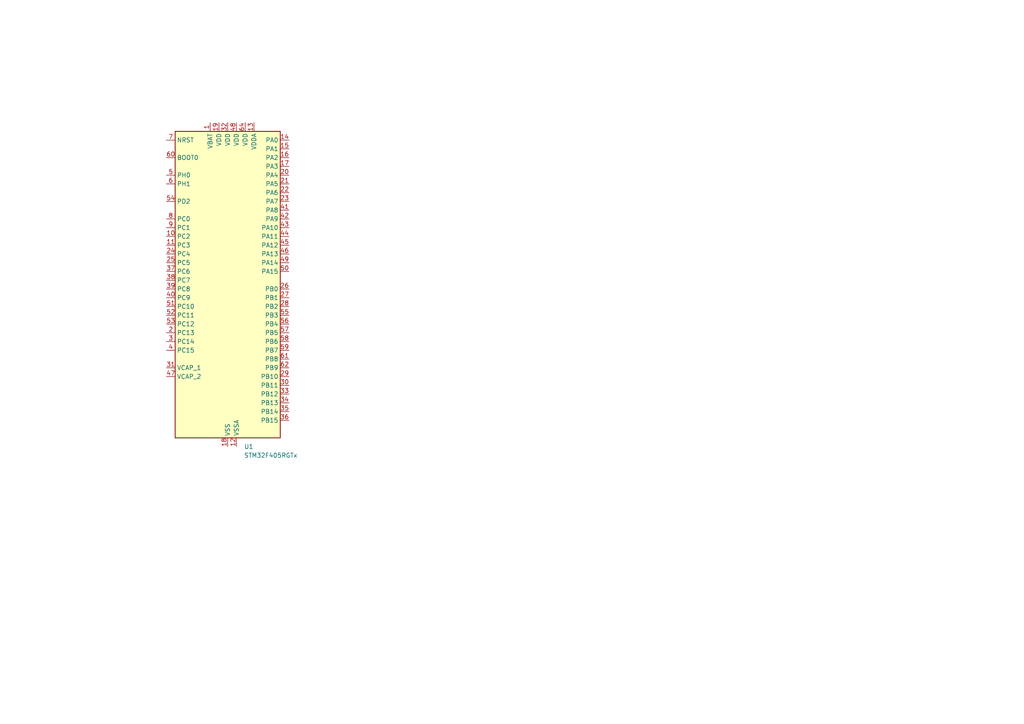
<source format=kicad_sch>
(kicad_sch (version 20231120) (generator "eeschema") (generator_version "8.0")
  (paper "A4")
  (lib_symbols
    (symbol "MCU_ST_STM32F4:STM32F405RGTx"
      (property "Reference" "U" (at -15.24 46.99 0))
      (property "Value" "STM32F405RGTx" (at 10.16 46.99 0))
      (symbol "STM32F405RGTx_0_1"
        (rectangle (start -15.24 -43.18) (end 15.24 45.72) (stroke (width 0.254)) (fill (type background)))
      )
      (symbol "STM32F405RGTx_1_1"
        (pin power_in line (at -5.08 48.26 270) (length 2.54) (name "VBAT") (number "1"))
        (pin bidirectional line (at -17.78 15.24 0) (length 2.54) (name "PC2") (number "10"))
        (pin bidirectional line (at -17.78 12.7 0) (length 2.54) (name "PC3") (number "11"))
        (pin power_in line (at 2.54 -45.72 90) (length 2.54) (name "VSSA") (number "12"))
        (pin power_in line (at 7.62 48.26 270) (length 2.54) (name "VDDA") (number "13"))
        (pin bidirectional line (at 17.78 43.18 180) (length 2.54) (name "PA0") (number "14"))
        (pin bidirectional line (at 17.78 40.64 180) (length 2.54) (name "PA1") (number "15"))
        (pin bidirectional line (at 17.78 38.1 180) (length 2.54) (name "PA2") (number "16"))
        (pin bidirectional line (at 17.78 35.56 180) (length 2.54) (name "PA3") (number "17"))
        (pin power_in line (at 0 -45.72 90) (length 2.54) (name "VSS") (number "18"))
        (pin power_in line (at -2.54 48.26 270) (length 2.54) (name "VDD") (number "19"))
        (pin bidirectional line (at -17.78 -12.7 0) (length 2.54) (name "PC13") (number "2"))
        (pin bidirectional line (at 17.78 33.02 180) (length 2.54) (name "PA4") (number "20"))
        (pin bidirectional line (at 17.78 30.48 180) (length 2.54) (name "PA5") (number "21"))
        (pin bidirectional line (at 17.78 27.94 180) (length 2.54) (name "PA6") (number "22"))
        (pin bidirectional line (at 17.78 25.4 180) (length 2.54) (name "PA7") (number "23"))
        (pin bidirectional line (at -17.78 10.16 0) (length 2.54) (name "PC4") (number "24"))
        (pin bidirectional line (at -17.78 7.62 0) (length 2.54) (name "PC5") (number "25"))
        (pin bidirectional line (at 17.78 0 180) (length 2.54) (name "PB0") (number "26"))
        (pin bidirectional line (at 17.78 -2.54 180) (length 2.54) (name "PB1") (number "27"))
        (pin bidirectional line (at 17.78 -5.08 180) (length 2.54) (name "PB2") (number "28"))
        (pin bidirectional line (at 17.78 -25.4 180) (length 2.54) (name "PB10") (number "29"))
        (pin bidirectional line (at -17.78 -15.24 0) (length 2.54) (name "PC14") (number "3"))
        (pin bidirectional line (at 17.78 -27.94 180) (length 2.54) (name "PB11") (number "30"))
        (pin power_out line (at -17.78 -22.86 0) (length 2.54) (name "VCAP_1") (number "31"))
        (pin power_in line (at 0 48.26 270) (length 2.54) (name "VDD") (number "32"))
        (pin bidirectional line (at 17.78 -30.48 180) (length 2.54) (name "PB12") (number "33"))
        (pin bidirectional line (at 17.78 -33.02 180) (length 2.54) (name "PB13") (number "34"))
        (pin bidirectional line (at 17.78 -35.56 180) (length 2.54) (name "PB14") (number "35"))
        (pin bidirectional line (at 17.78 -38.1 180) (length 2.54) (name "PB15") (number "36"))
        (pin bidirectional line (at -17.78 5.08 0) (length 2.54) (name "PC6") (number "37"))
        (pin bidirectional line (at -17.78 2.54 0) (length 2.54) (name "PC7") (number "38"))
        (pin bidirectional line (at -17.78 0 0) (length 2.54) (name "PC8") (number "39"))
        (pin bidirectional line (at -17.78 -17.78 0) (length 2.54) (name "PC15") (number "4"))
        (pin bidirectional line (at -17.78 -2.54 0) (length 2.54) (name "PC9") (number "40"))
        (pin bidirectional line (at 17.78 22.86 180) (length 2.54) (name "PA8") (number "41"))
        (pin bidirectional line (at 17.78 20.32 180) (length 2.54) (name "PA9") (number "42"))
        (pin bidirectional line (at 17.78 17.78 180) (length 2.54) (name "PA10") (number "43"))
        (pin bidirectional line (at 17.78 15.24 180) (length 2.54) (name "PA11") (number "44"))
        (pin bidirectional line (at 17.78 12.7 180) (length 2.54) (name "PA12") (number "45"))
        (pin bidirectional line (at 17.78 10.16 180) (length 2.54) (name "PA13") (number "46"))
        (pin power_out line (at -17.78 -25.4 0) (length 2.54) (name "VCAP_2") (number "47"))
        (pin power_in line (at 2.54 48.26 270) (length 2.54) (name "VDD") (number "48"))
        (pin bidirectional line (at 17.78 7.62 180) (length 2.54) (name "PA14") (number "49"))
        (pin bidirectional line (at -17.78 33.02 0) (length 2.54) (name "PH0") (number "5"))
        (pin bidirectional line (at 17.78 5.08 180) (length 2.54) (name "PA15") (number "50"))
        (pin bidirectional line (at -17.78 -5.08 0) (length 2.54) (name "PC10") (number "51"))
        (pin bidirectional line (at -17.78 -7.62 0) (length 2.54) (name "PC11") (number "52"))
        (pin bidirectional line (at -17.78 -10.16 0) (length 2.54) (name "PC12") (number "53"))
        (pin bidirectional line (at -17.78 25.4 0) (length 2.54) (name "PD2") (number "54"))
        (pin bidirectional line (at 17.78 -7.62 180) (length 2.54) (name "PB3") (number "55"))
        (pin bidirectional line (at 17.78 -10.16 180) (length 2.54) (name "PB4") (number "56"))
        (pin bidirectional line (at 17.78 -12.7 180) (length 2.54) (name "PB5") (number "57"))
        (pin bidirectional line (at 17.78 -15.24 180) (length 2.54) (name "PB6") (number "58"))
        (pin bidirectional line (at 17.78 -17.78 180) (length 2.54) (name "PB7") (number "59"))
        (pin bidirectional line (at -17.78 30.48 0) (length 2.54) (name "PH1") (number "6"))
        (pin input line (at -17.78 38.1 0) (length 2.54) (name "BOOT0") (number "60"))
        (pin bidirectional line (at 17.78 -20.32 180) (length 2.54) (name "PB8") (number "61"))
        (pin bidirectional line (at 17.78 -22.86 180) (length 2.54) (name "PB9") (number "62"))
        (pin passive line (at 0 -45.72 90) (length 2.54) hide (name "VSS") (number "63"))
        (pin power_in line (at 5.08 48.26 270) (length 2.54) (name "VDD") (number "64"))
        (pin input line (at -17.78 43.18 0) (length 2.54) (name "NRST") (number "7"))
        (pin bidirectional line (at -17.78 20.32 0) (length 2.54) (name "PC0") (number "8"))
        (pin bidirectional line (at -17.78 17.78 0) (length 2.54) (name "PC1") (number "9"))
      )
    )
  )
  (symbol (lib_id "MCU_ST_STM32F4:STM32F405RGTx") (at 66.04 83.82 0) (unit 1)
    (property "Reference" "U1" (at 70.7741 129.54 0) (effects (justify left)))
    (property "Value" "STM32F405RGTx" (at 70.7741 132.08 0) (effects (justify left)))
    (property "Footprint" "Package_QFP:LQFP-64_10x10mm_P0.5mm" (effects (hide yes)))
    (property "Datasheet" "https://www.st.com/resource/en/datasheet/stm32f405rg.pdf" (effects (hide yes)))
    (property "Description" "STMicroelectronics Arm Cortex-M4 MCU, 1024KB flash, 192KB RAM, 168 MHz, 1.8-3.6V, 51 GPIO, LQFP64" (effects (hide yes)))
  )
)
</source>
